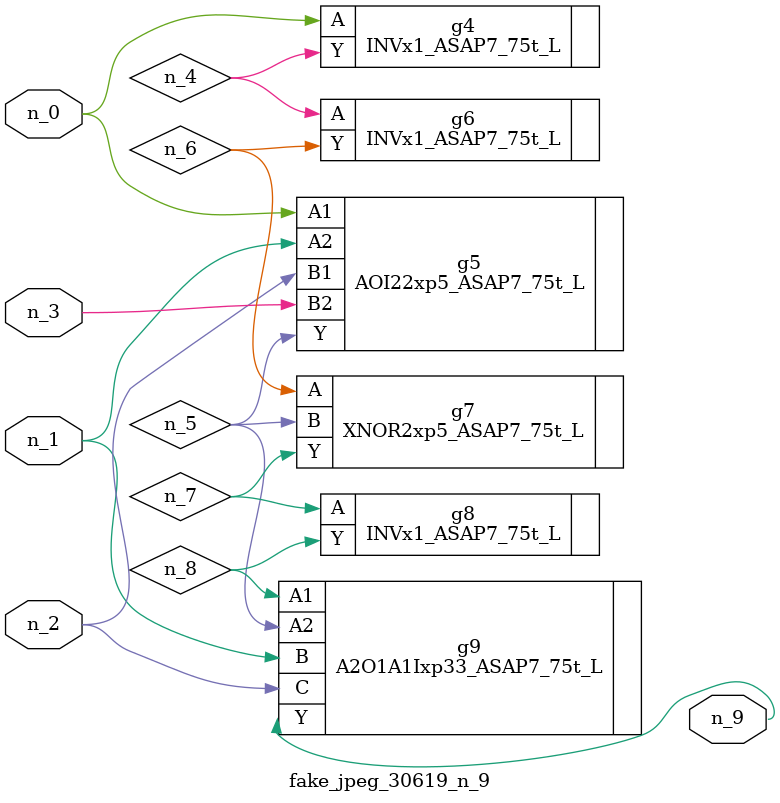
<source format=v>
module fake_jpeg_30619_n_9 (n_0, n_3, n_2, n_1, n_9);

input n_0;
input n_3;
input n_2;
input n_1;

output n_9;

wire n_4;
wire n_8;
wire n_6;
wire n_5;
wire n_7;

INVx1_ASAP7_75t_L g4 ( 
.A(n_0),
.Y(n_4)
);

AOI22xp5_ASAP7_75t_L g5 ( 
.A1(n_0),
.A2(n_1),
.B1(n_2),
.B2(n_3),
.Y(n_5)
);

INVx1_ASAP7_75t_L g6 ( 
.A(n_4),
.Y(n_6)
);

XNOR2xp5_ASAP7_75t_L g7 ( 
.A(n_6),
.B(n_5),
.Y(n_7)
);

INVx1_ASAP7_75t_L g8 ( 
.A(n_7),
.Y(n_8)
);

A2O1A1Ixp33_ASAP7_75t_L g9 ( 
.A1(n_8),
.A2(n_5),
.B(n_1),
.C(n_2),
.Y(n_9)
);


endmodule
</source>
